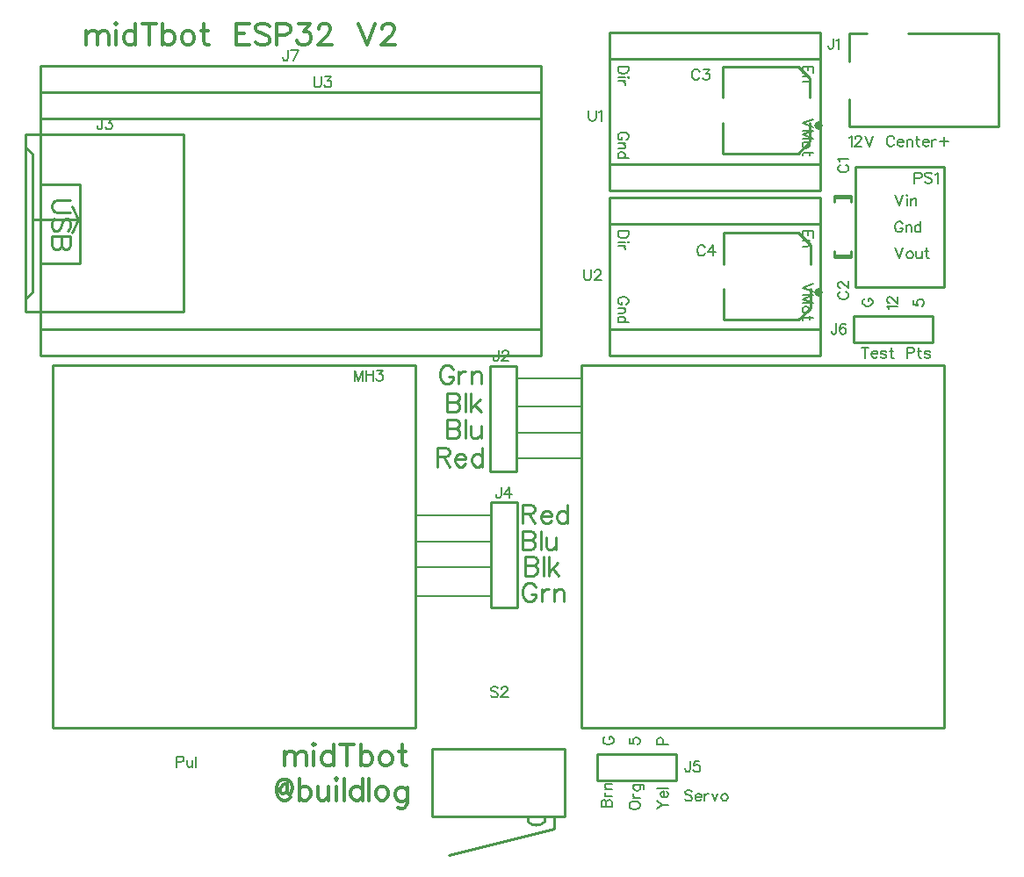
<source format=gbr>
G04 DipTrace 3.3.1.3*
G04 TopSilk.gbr*
%MOIN*%
G04 #@! TF.FileFunction,Legend,Top*
G04 #@! TF.Part,Single*
%ADD10C,0.009843*%
%ADD19C,0.01*%
%ADD22C,0.008*%
%ADD24C,0.031499*%
%ADD97C,0.006176*%
%ADD98C,0.012351*%
%ADD99C,0.010807*%
%FSLAX26Y26*%
G04*
G70*
G90*
G75*
G01*
G04 TopSilk*
%LPD*%
X3421606Y2742913D2*
D10*
X3484535D1*
X3421606Y2750361D2*
X3484535D1*
X3421606D2*
Y2726802D1*
X3484535Y2750361D2*
Y2726802D1*
Y2524487D2*
X3421606D1*
X3484535Y2517039D2*
X3421606D1*
X3484535D2*
Y2540598D1*
X3421606Y2517039D2*
Y2540598D1*
X3283166Y2910233D2*
X2997923D1*
X3328092Y2955113D2*
X3283166Y2910233D1*
Y3240233D2*
X2997923D1*
X3328092Y3195353D2*
X3283166Y3240233D1*
X3328092Y3027977D2*
Y2955113D1*
Y3195353D2*
Y3122489D1*
X2997923Y3027977D2*
Y2910233D1*
Y3240233D2*
Y3122489D1*
D24*
X3359863Y3016196D3*
X3284738Y2278700D2*
D10*
X2999495D1*
X3329665Y2323580D2*
X3284738Y2278700D1*
Y2608700D2*
X2999495D1*
X3329665Y2563820D2*
X3284738Y2608700D1*
X3329665Y2396444D2*
Y2323580D1*
Y2563820D2*
Y2490956D1*
X2999495Y2396444D2*
Y2278700D1*
Y2608700D2*
Y2490956D1*
D24*
X3361435Y2384663D3*
X3698840Y3366161D2*
D10*
X4043306D1*
Y3011818D1*
X4039371D1*
X4043306D2*
X3476372D1*
Y3118113D1*
Y3259826D2*
Y3366161D1*
X3545300D1*
X2113070Y1703700D2*
X2213070D1*
X2113070Y2103700D2*
Y1703700D1*
X2213070Y2103700D2*
Y1703700D1*
X2113070Y2103700D2*
X2213070D1*
X351161Y2933446D2*
X376181Y2908471D1*
X351161Y2983464D2*
X951161D1*
Y2308464D1*
X351161D1*
Y2983464D1*
X376181Y2908471D2*
Y2383456D1*
X351161Y2358481D1*
X376181Y2658451D2*
X551141D1*
X526181Y2708469D1*
X551141Y2658451D2*
X526181Y2608434D1*
X2215354Y1585432D2*
X2115354D1*
X2215354Y1185432D2*
Y1585432D1*
X2115354Y1185432D2*
Y1585432D1*
X2215354Y1185432D2*
X2115354D1*
X2820306Y531175D2*
X2520344D1*
Y631180D1*
X2820306D1*
Y531175D1*
X3793051Y2193695D2*
X3493089D1*
Y2293700D1*
X3793051D1*
Y2193695D1*
X780500Y3143700D2*
X772900D1*
X2232100D2*
X406200D1*
X2306200D2*
X2232100D1*
X2306200Y3243700D2*
Y3143700D1*
Y3243700D2*
X406200D1*
Y3143700D1*
X3836476Y2860078D2*
X3501830D1*
Y2403385D1*
X3836476D1*
Y2860078D1*
X2397637Y393725D2*
X1893700D1*
Y649584D1*
X2397637D1*
Y393725D1*
X2358179Y384850D2*
Y347328D1*
X1958154Y247343D1*
X2320686Y372324D2*
G02X2258147Y372324I-31269J31392D01*
G01*
X2320686D2*
Y384850D1*
X2258147Y372324D2*
Y384850D1*
X3365570Y3368700D2*
X2565570D1*
Y3268680D1*
X3365570D1*
Y3368700D1*
Y2868720D2*
X2565570D1*
Y2768700D1*
X3365570D1*
Y2868720D1*
Y3268680D2*
X2565570D1*
Y2868720D1*
X3365570D1*
Y3268680D1*
Y2743700D2*
X2565570D1*
Y2643680D1*
X3365570D1*
Y2743700D1*
Y2243720D2*
X2565570D1*
Y2143700D1*
X3365570D1*
Y2243720D1*
Y2643680D2*
X2565570D1*
Y2243720D1*
X3365570D1*
Y2643680D1*
X2306217Y3143700D2*
X406200D1*
Y2143700D1*
X2306217D1*
Y3143700D1*
Y3043700D2*
X406200D1*
X2306217Y2243700D2*
X406200D1*
X2306645Y2959800D2*
D3*
X556100Y2793700D2*
X406200D1*
Y2493700D1*
X556100D1*
Y2793700D1*
X2460629Y2106298D2*
D19*
X3838582D1*
Y728346D1*
X2460629D1*
Y2106298D1*
X452755D2*
X1830708D1*
Y728346D1*
X452755D1*
Y2106298D1*
X2116141Y1535432D2*
D22*
X1830708D1*
X2116141Y1437007D2*
X1830708D1*
X2116141Y1338582D2*
X1830708D1*
X2116141Y1230314D2*
X1830708D1*
X2214566Y1751968D2*
X2460629D1*
X2214566Y1850393D2*
X2460629D1*
X2214566Y1948818D2*
X2460629D1*
X2214566Y2057086D2*
X2460629D1*
X3443609Y2866957D2*
D97*
X3439807Y2865056D1*
X3435960Y2861209D1*
X3434059Y2857406D1*
Y2849757D1*
X3435960Y2845910D1*
X3439807Y2842108D1*
X3443609Y2840162D1*
X3449357Y2838261D1*
X3458952D1*
X3464656Y2840162D1*
X3468503Y2842108D1*
X3472305Y2845910D1*
X3474251Y2849757D1*
Y2857406D1*
X3472305Y2861209D1*
X3468503Y2865056D1*
X3464656Y2866957D1*
X3441752Y2879308D2*
X3439807Y2883155D1*
X3434103Y2888903D1*
X3474251D1*
X3443609Y2386093D2*
X3439807Y2384192D1*
X3435960Y2380345D1*
X3434059Y2376543D1*
Y2368893D1*
X3435960Y2365047D1*
X3439807Y2361244D1*
X3443609Y2359299D1*
X3449357Y2357397D1*
X3458952D1*
X3464656Y2359299D1*
X3468503Y2361244D1*
X3472305Y2365047D1*
X3474251Y2368893D1*
Y2376543D1*
X3472305Y2380345D1*
X3468503Y2384192D1*
X3464656Y2386093D1*
X3443653Y2400390D2*
X3441752D1*
X3437905Y2402291D1*
X3436004Y2404193D1*
X3434103Y2408039D1*
Y2415689D1*
X3436004Y2419491D1*
X3437905Y2421392D1*
X3441752Y2423338D1*
X3445555D1*
X3449401Y2421392D1*
X3455105Y2417590D1*
X3474251Y2398444D1*
Y2425239D1*
X2908745Y3220549D2*
X2906844Y3224352D1*
X2902997Y3228199D1*
X2899195Y3230100D1*
X2891545D1*
X2887699Y3228199D1*
X2883896Y3224352D1*
X2881951Y3220549D1*
X2880049Y3214801D1*
Y3205207D1*
X2881951Y3199503D1*
X2883896Y3195656D1*
X2887699Y3191853D1*
X2891545Y3189908D1*
X2899195D1*
X2902997Y3191853D1*
X2906844Y3195656D1*
X2908745Y3199503D1*
X2924943Y3230056D2*
X2945946D1*
X2934494Y3214757D1*
X2940242D1*
X2944045Y3212856D1*
X2945946Y3210955D1*
X2947891Y3205207D1*
Y3201404D1*
X2945946Y3195656D1*
X2942143Y3191809D1*
X2936395Y3189908D1*
X2930647D1*
X2924943Y3191809D1*
X2923042Y3193755D1*
X2921097Y3197557D1*
X2929367Y2552767D2*
X2927466Y2556570D1*
X2923619Y2560417D1*
X2919816Y2562318D1*
X2912167D1*
X2908320Y2560417D1*
X2904518Y2556570D1*
X2902572Y2552767D1*
X2900671Y2547019D1*
Y2537424D1*
X2902572Y2531721D1*
X2904518Y2527874D1*
X2908320Y2524071D1*
X2912167Y2522126D1*
X2919816D1*
X2923619Y2524071D1*
X2927466Y2527874D1*
X2929367Y2531721D1*
X2960864Y2522126D2*
Y2562274D1*
X2941718Y2535523D1*
X2970414D1*
X3416265Y3346987D2*
Y3316390D1*
X3414364Y3310642D1*
X3412419Y3308741D1*
X3408616Y3306795D1*
X3404769D1*
X3400967Y3308741D1*
X3399066Y3310642D1*
X3397120Y3316390D1*
Y3320192D1*
X3428617Y3339294D2*
X3432464Y3341239D1*
X3438212Y3346943D1*
Y3306795D1*
X2145729Y2162704D2*
Y2132106D1*
X2143827Y2126358D1*
X2141882Y2124457D1*
X2138079Y2122512D1*
X2134232D1*
X2130430Y2124457D1*
X2128529Y2126358D1*
X2126583Y2132106D1*
Y2135909D1*
X2160025Y2153109D2*
Y2155010D1*
X2161927Y2158857D1*
X2163828Y2160758D1*
X2167675Y2162659D1*
X2175324D1*
X2179127Y2160758D1*
X2181028Y2158857D1*
X2182973Y2155010D1*
Y2151208D1*
X2181028Y2147361D1*
X2177225Y2141657D1*
X2158080Y2122512D1*
X2184875D1*
X641160Y3042042D2*
Y3011445D1*
X639259Y3005697D1*
X637314Y3003796D1*
X633511Y3001850D1*
X629664D1*
X625862Y3003796D1*
X623960Y3005697D1*
X622015Y3011445D1*
Y3015248D1*
X657358Y3041998D2*
X678361D1*
X666909Y3026699D1*
X672657D1*
X676460Y3024798D1*
X678361Y3022897D1*
X680306Y3017149D1*
Y3013346D1*
X678361Y3007598D1*
X674558Y3003752D1*
X668810Y3001850D1*
X663062D1*
X657358Y3003752D1*
X655457Y3005697D1*
X653512Y3009500D1*
X2155811Y1642147D2*
Y1611550D1*
X2153909Y1605802D1*
X2151964Y1603901D1*
X2148161Y1601955D1*
X2144315D1*
X2140512Y1603901D1*
X2138611Y1605802D1*
X2136665Y1611550D1*
Y1615353D1*
X2187307Y1601955D2*
Y1642103D1*
X2168162Y1615353D1*
X2196858D1*
X2872802Y602268D2*
Y571671D1*
X2870901Y565923D1*
X2868955Y564021D1*
X2865153Y562076D1*
X2861306D1*
X2857503Y564021D1*
X2855602Y565923D1*
X2853657Y571671D1*
Y575473D1*
X2908101Y602224D2*
X2889000D1*
X2887099Y585024D1*
X2889000Y586925D1*
X2894748Y588871D1*
X2900452D1*
X2906200Y586925D1*
X2910047Y583123D1*
X2911948Y577375D1*
Y573572D1*
X2910047Y567824D1*
X2906200Y563977D1*
X2900452Y562076D1*
X2894748D1*
X2889000Y563977D1*
X2887099Y565923D1*
X2885153Y569725D1*
X3427814Y2264788D2*
Y2234190D1*
X3425913Y2228442D1*
X3423967Y2226541D1*
X3420165Y2224596D1*
X3416318D1*
X3412516Y2226541D1*
X3410614Y2228442D1*
X3408669Y2234190D1*
Y2237993D1*
X3463113Y2259040D2*
X3461212Y2262842D1*
X3455464Y2264743D1*
X3451662D1*
X3445914Y2262842D1*
X3442067Y2257094D1*
X3440166Y2247544D1*
Y2237993D1*
X3442067Y2230344D1*
X3445914Y2226497D1*
X3451662Y2224596D1*
X3453563D1*
X3459267Y2226497D1*
X3463113Y2230344D1*
X3465015Y2236092D1*
Y2237993D1*
X3463113Y2243741D1*
X3459267Y2247544D1*
X3453563Y2249445D1*
X3451662D1*
X3445914Y2247544D1*
X3442067Y2243741D1*
X3440166Y2237993D1*
X1346200Y3302278D2*
Y3271681D1*
X1344298Y3265933D1*
X1342353Y3264032D1*
X1338550Y3262086D1*
X1334704D1*
X1330901Y3264032D1*
X1329000Y3265933D1*
X1327054Y3271681D1*
Y3275484D1*
X1366200Y3262086D2*
X1385346Y3302234D1*
X1358551D1*
X1629695Y2047520D2*
Y2087712D1*
X1614396Y2047520D1*
X1599098Y2087712D1*
Y2047520D1*
X1642046Y2087712D2*
Y2047520D1*
X1668841Y2087712D2*
Y2047520D1*
X1642046Y2068566D2*
X1668841D1*
X1685039Y2087667D2*
X1706042D1*
X1694590Y2072369D1*
X1700338D1*
X1704140Y2070467D1*
X1706042Y2068566D1*
X1707987Y2062818D1*
Y2059016D1*
X1706042Y2053268D1*
X1702239Y2049421D1*
X1696491Y2047520D1*
X1690743D1*
X1685039Y2049421D1*
X1683138Y2051366D1*
X1681193Y2055169D1*
X3725207Y2816392D2*
X3742451D1*
X3748155Y2818293D1*
X3750100Y2820239D1*
X3752001Y2824041D1*
Y2829789D1*
X3750100Y2833592D1*
X3748155Y2835537D1*
X3742451Y2837439D1*
X3725207D1*
Y2797247D1*
X3791147Y2831691D2*
X3787345Y2835537D1*
X3781597Y2837439D1*
X3773948D1*
X3768199Y2835537D1*
X3764353Y2831691D1*
Y2827888D1*
X3766298Y2824041D1*
X3768199Y2822140D1*
X3772002Y2820239D1*
X3783498Y2816392D1*
X3787345Y2814491D1*
X3789246Y2812545D1*
X3791147Y2808743D1*
Y2802995D1*
X3787345Y2799192D1*
X3781597Y2797247D1*
X3773948D1*
X3768199Y2799192D1*
X3764353Y2802995D1*
X3803499Y2829745D2*
X3807346Y2831691D1*
X3813094Y2837394D1*
Y2797247D1*
X2142923Y880470D2*
X2139121Y884317D1*
X2133373Y886218D1*
X2125723D1*
X2119975Y884317D1*
X2116129Y880470D1*
Y876668D1*
X2118074Y872821D1*
X2119975Y870919D1*
X2123778Y869018D1*
X2135274Y865171D1*
X2139121Y863270D1*
X2141022Y861325D1*
X2142923Y857522D1*
Y851774D1*
X2139121Y847972D1*
X2133373Y846026D1*
X2125723D1*
X2119975Y847972D1*
X2116129Y851774D1*
X2157220Y876623D2*
Y878525D1*
X2159121Y882371D1*
X2161023Y884273D1*
X2164869Y886174D1*
X2172519D1*
X2176321Y884273D1*
X2178223Y882371D1*
X2180168Y878525D1*
Y874722D1*
X2178223Y870875D1*
X2174420Y865171D1*
X2155275Y846026D1*
X2182069D1*
X2488543Y3074113D2*
Y3045417D1*
X2490445Y3039669D1*
X2494292Y3035867D1*
X2500040Y3033921D1*
X2503842D1*
X2509590Y3035867D1*
X2513437Y3039669D1*
X2515338Y3045417D1*
Y3074113D1*
X2527690Y3066420D2*
X2531536Y3068365D1*
X2537284Y3074069D1*
Y3033921D1*
X2470101Y2468798D2*
Y2440102D1*
X2472002Y2434354D1*
X2475849Y2430552D1*
X2481597Y2428606D1*
X2485400D1*
X2491148Y2430552D1*
X2494994Y2434354D1*
X2496896Y2440102D1*
Y2468798D1*
X2511193Y2459203D2*
Y2461105D1*
X2513094Y2464951D1*
X2514995Y2466853D1*
X2518842Y2468754D1*
X2526491D1*
X2530294Y2466853D1*
X2532195Y2464951D1*
X2534140Y2461105D1*
Y2457302D1*
X2532195Y2453455D1*
X2528392Y2447752D1*
X2509247Y2428606D1*
X2536042D1*
X1445474Y3202278D2*
Y3173583D1*
X1447375Y3167834D1*
X1451222Y3164032D1*
X1456970Y3162086D1*
X1460772D1*
X1466520Y3164032D1*
X1470367Y3167834D1*
X1472268Y3173583D1*
Y3202278D1*
X1488467Y3202234D2*
X1509469D1*
X1498017Y3186936D1*
X1503765D1*
X1507568Y3185034D1*
X1509469Y3183133D1*
X1511414Y3177385D1*
Y3173583D1*
X1509469Y3167834D1*
X1505666Y3163988D1*
X1499918Y3162086D1*
X1494170D1*
X1488467Y3163988D1*
X1486565Y3165933D1*
X1484620Y3169736D1*
X2551836Y694960D2*
X2548033Y693059D1*
X2544187Y689212D1*
X2542285Y685410D1*
Y677760D1*
X2544187Y673914D1*
X2548033Y670111D1*
X2551836Y668166D1*
X2557584Y666264D1*
X2567179D1*
X2572883Y668166D1*
X2576729Y670111D1*
X2580532Y673914D1*
X2582477Y677760D1*
Y685410D1*
X2580532Y689212D1*
X2576729Y693059D1*
X2572883Y694960D1*
X2567179D1*
Y685410D1*
X2536014Y429115D2*
X2576206D1*
Y446359D1*
X2574260Y452107D1*
X2572359Y454008D1*
X2568556Y455909D1*
X2562808D1*
X2558962Y454008D1*
X2557060Y452107D1*
X2555159Y446359D1*
X2553214Y452107D1*
X2551312Y454008D1*
X2547510Y455909D1*
X2543663D1*
X2539860Y454008D1*
X2537915Y452107D1*
X2536014Y446359D1*
Y429115D1*
X2555159D2*
Y446359D1*
X2549411Y468261D2*
X2576206D1*
X2560907D2*
X2555159Y470206D1*
X2551312Y474009D1*
X2549411Y477856D1*
Y483604D1*
Y495955D2*
X2576206D1*
X2557060D2*
X2551312Y501703D1*
X2549411Y505550D1*
Y511254D1*
X2551312Y515100D1*
X2557060Y517002D1*
X2576206D1*
X2642275Y431809D2*
X2644176Y427962D1*
X2648023Y424160D1*
X2651825Y422214D1*
X2657573Y420313D1*
X2667168D1*
X2672872Y422214D1*
X2676719Y424160D1*
X2680521Y427962D1*
X2682467Y431809D1*
Y439458D1*
X2680521Y443261D1*
X2676719Y447108D1*
X2672872Y449009D1*
X2667168Y450910D1*
X2657573D1*
X2651825Y449009D1*
X2648023Y447108D1*
X2644176Y443261D1*
X2642275Y439458D1*
Y431809D1*
X2655672Y463261D2*
X2682467D1*
X2667168D2*
X2661420Y465207D1*
X2657573Y469009D1*
X2655672Y472856D1*
Y478604D1*
X2657573Y513904D2*
X2688215D1*
X2693919Y512002D1*
X2695864Y510101D1*
X2697765Y506254D1*
Y500506D1*
X2695864Y496704D1*
X2663322Y513904D2*
X2659519Y510101D1*
X2657573Y506254D1*
Y500506D1*
X2659519Y496704D1*
X2663322Y492857D1*
X2669070Y490956D1*
X2672916D1*
X2678620Y492857D1*
X2682467Y496704D1*
X2684368Y500506D1*
Y506254D1*
X2682467Y510101D1*
X2678620Y513904D1*
X1332461Y639544D2*
D98*
Y585955D1*
Y624246D2*
X1343957Y635742D1*
X1351651Y639544D1*
X1363058D1*
X1370752Y635742D1*
X1374554Y624246D1*
Y585955D1*
Y624246D2*
X1386050Y635742D1*
X1393744Y639544D1*
X1405151D1*
X1412845Y635742D1*
X1416736Y624246D1*
Y585955D1*
X1441439Y666339D2*
X1445241Y662537D1*
X1449132Y666339D1*
X1445241Y670230D1*
X1441439Y666339D1*
X1445241Y639544D2*
Y585955D1*
X1519731Y666339D2*
Y585955D1*
Y628048D2*
X1512126Y635742D1*
X1504432Y639544D1*
X1492936D1*
X1485331Y635742D1*
X1477638Y628048D1*
X1473835Y616552D1*
Y608947D1*
X1477638Y597451D1*
X1485331Y589846D1*
X1492936Y585955D1*
X1504432D1*
X1512126Y589846D1*
X1519731Y597451D1*
X1571228Y666339D2*
Y585955D1*
X1544434Y666339D2*
X1598023D1*
X1622726D2*
Y585955D1*
Y628048D2*
X1630419Y635742D1*
X1638024Y639544D1*
X1649521D1*
X1657126Y635742D1*
X1664819Y628048D1*
X1668622Y616552D1*
Y608947D1*
X1664819Y597451D1*
X1657126Y589846D1*
X1649521Y585955D1*
X1638024D1*
X1630419Y589846D1*
X1622726Y597451D1*
X1712426Y639544D2*
X1704821Y635742D1*
X1697127Y628048D1*
X1693324Y616552D1*
Y608947D1*
X1697127Y597451D1*
X1704821Y589846D1*
X1712426Y585955D1*
X1723922D1*
X1731615Y589846D1*
X1739220Y597451D1*
X1743111Y608947D1*
Y616552D1*
X1739220Y628048D1*
X1731615Y635742D1*
X1723922Y639544D1*
X1712426D1*
X1779310Y666339D2*
Y601254D1*
X1783113Y589846D1*
X1790806Y585955D1*
X1798411D1*
X1767814Y639544D2*
X1794609D1*
X1345075Y515604D2*
X1333579D1*
X1325974Y511801D1*
X1322083Y507998D1*
X1318281Y500305D1*
Y485006D1*
X1322083Y481204D1*
X1329777D1*
X1345075Y485006D1*
X1348878Y477401D1*
X1352680D1*
X1360374Y485006D1*
X1364176Y504107D1*
X1360374Y515604D1*
X1356571Y523297D1*
X1348878Y530902D1*
X1341273Y534705D1*
X1325974D1*
X1318281Y530902D1*
X1310676Y523297D1*
X1306785Y515604D1*
X1302982Y504107D1*
Y485006D1*
X1306785Y473510D1*
X1310676Y465905D1*
X1318281Y458212D1*
X1325974Y454409D1*
X1341273D1*
X1348878Y458212D1*
X1356571Y465905D1*
X1345075Y519406D2*
Y485006D1*
X1388879Y534793D2*
Y454409D1*
Y496502D2*
X1396573Y504196D1*
X1404178Y507998D1*
X1415674D1*
X1423279Y504196D1*
X1430972Y496502D1*
X1434775Y485006D1*
Y477401D1*
X1430972Y465905D1*
X1423279Y458300D1*
X1415674Y454409D1*
X1404178D1*
X1396573Y458300D1*
X1388879Y465905D1*
X1459478Y507998D2*
Y469708D1*
X1463280Y458300D1*
X1470974Y454409D1*
X1482470D1*
X1490075Y458300D1*
X1501571Y469708D1*
Y507998D2*
Y454409D1*
X1526274Y534793D2*
X1530076Y530991D1*
X1533967Y534793D1*
X1530076Y538684D1*
X1526274Y534793D1*
X1530076Y507998D2*
Y454409D1*
X1558670Y534793D2*
Y454409D1*
X1629269Y534793D2*
Y454409D1*
Y496502D2*
X1621664Y504196D1*
X1613970Y507998D1*
X1602474D1*
X1594869Y504196D1*
X1587176Y496502D1*
X1583373Y485006D1*
Y477401D1*
X1587176Y465905D1*
X1594869Y458300D1*
X1602474Y454409D1*
X1613970D1*
X1621664Y458300D1*
X1629269Y465905D1*
X1653972Y534793D2*
Y454409D1*
X1697776Y507998D2*
X1690170Y504196D1*
X1682477Y496502D1*
X1678674Y485006D1*
Y477401D1*
X1682477Y465905D1*
X1690170Y458300D1*
X1697776Y454409D1*
X1709272D1*
X1716965Y458300D1*
X1724570Y465905D1*
X1728461Y477401D1*
Y485006D1*
X1724570Y496502D1*
X1716965Y504196D1*
X1709272Y507998D1*
X1697776D1*
X1799060Y504196D2*
Y442913D1*
X1795257Y431505D1*
X1791455Y427614D1*
X1783761Y423812D1*
X1772265D1*
X1764660Y427614D1*
X1799060Y492700D2*
X1791455Y500305D1*
X1783761Y504196D1*
X1772265D1*
X1764660Y500305D1*
X1756967Y492700D1*
X1753164Y481204D1*
Y473510D1*
X1756967Y462103D1*
X1764660Y454409D1*
X1772265Y450607D1*
X1783761D1*
X1791455Y454409D1*
X1799060Y462103D1*
X3476095Y2969773D2*
D97*
X3479942Y2971718D1*
X3485690Y2977422D1*
Y2937274D1*
X3499987Y2967872D2*
Y2969773D1*
X3501888Y2973620D1*
X3503789Y2975521D1*
X3507636Y2977422D1*
X3515285D1*
X3519088Y2975521D1*
X3520989Y2973620D1*
X3522935Y2969773D1*
Y2965970D1*
X3520989Y2962124D1*
X3517186Y2956420D1*
X3498041Y2937274D1*
X3524836D1*
X3537187Y2977466D2*
X3552486Y2937274D1*
X3567784Y2977466D1*
X3647713Y2967916D2*
X3645811Y2971718D1*
X3641964Y2975565D1*
X3638162Y2977466D1*
X3630513D1*
X3626666Y2975565D1*
X3622863Y2971718D1*
X3620918Y2967916D1*
X3619017Y2962168D1*
Y2952573D1*
X3620918Y2946869D1*
X3622863Y2943022D1*
X3626666Y2939220D1*
X3630513Y2937274D1*
X3638162D1*
X3641964Y2939220D1*
X3645811Y2943022D1*
X3647713Y2946869D1*
X3660064Y2952573D2*
X3683012D1*
Y2956420D1*
X3681111Y2960267D1*
X3679209Y2962168D1*
X3675363Y2964069D1*
X3669614D1*
X3665812Y2962168D1*
X3661965Y2958321D1*
X3660064Y2952573D1*
Y2948770D1*
X3661965Y2943022D1*
X3665812Y2939220D1*
X3669614Y2937274D1*
X3675363D1*
X3679209Y2939220D1*
X3683012Y2943022D1*
X3695363Y2964069D2*
Y2937274D1*
Y2956420D2*
X3701111Y2962168D1*
X3704958Y2964069D1*
X3710662D1*
X3714509Y2962168D1*
X3716410Y2956420D1*
Y2937274D1*
X3734509Y2977466D2*
Y2944924D1*
X3736411Y2939220D1*
X3740257Y2937274D1*
X3744060D1*
X3728761Y2964069D2*
X3742159D1*
X3756411Y2952573D2*
X3779359D1*
Y2956420D1*
X3777458Y2960267D1*
X3775557Y2962168D1*
X3771710Y2964069D1*
X3765962D1*
X3762159Y2962168D1*
X3758313Y2958321D1*
X3756411Y2952573D1*
Y2948770D1*
X3758313Y2943022D1*
X3762159Y2939220D1*
X3765962Y2937274D1*
X3771710D1*
X3775557Y2939220D1*
X3779359Y2943022D1*
X3791711Y2964069D2*
Y2937274D1*
Y2952573D2*
X3793656Y2958321D1*
X3797459Y2962168D1*
X3801305Y2964069D1*
X3807053D1*
X3836605Y2974570D2*
Y2940126D1*
X3819405Y2957326D2*
X3853849D1*
X581153Y3376592D2*
D98*
Y3323002D1*
Y3361293D2*
X592649Y3372789D1*
X600342Y3376592D1*
X611750D1*
X619443Y3372789D1*
X623246Y3361293D1*
Y3323002D1*
Y3361293D2*
X634742Y3372789D1*
X642435Y3376592D1*
X653843D1*
X661537Y3372789D1*
X665428Y3361293D1*
Y3323002D1*
X690130Y3403386D2*
X693933Y3399584D1*
X697824Y3403386D1*
X693933Y3407277D1*
X690130Y3403386D1*
X693933Y3376592D2*
Y3323002D1*
X768423Y3403386D2*
Y3323002D1*
Y3365096D2*
X760817Y3372789D1*
X753124Y3376592D1*
X741628D1*
X734023Y3372789D1*
X726329Y3365096D1*
X722527Y3353600D1*
Y3345994D1*
X726329Y3334498D1*
X734023Y3326893D1*
X741628Y3323002D1*
X753124D1*
X760817Y3326893D1*
X768423Y3334498D1*
X819920Y3403386D2*
Y3323002D1*
X793125Y3403386D2*
X846715D1*
X871417D2*
Y3323002D1*
Y3365096D2*
X879111Y3372789D1*
X886716Y3376592D1*
X898212D1*
X905817Y3372789D1*
X913511Y3365096D1*
X917313Y3353600D1*
Y3345994D1*
X913511Y3334498D1*
X905817Y3326893D1*
X898212Y3323002D1*
X886716D1*
X879111Y3326893D1*
X871417Y3334498D1*
X961117Y3376592D2*
X953512Y3372789D1*
X945819Y3365096D1*
X942016Y3353600D1*
Y3345994D1*
X945819Y3334498D1*
X953512Y3326893D1*
X961117Y3323002D1*
X972613D1*
X980307Y3326893D1*
X987912Y3334498D1*
X991803Y3345994D1*
Y3353600D1*
X987912Y3365096D1*
X980307Y3372789D1*
X972613Y3376592D1*
X961117D1*
X1028002Y3403386D2*
Y3338301D1*
X1031804Y3326893D1*
X1039498Y3323002D1*
X1047103D1*
X1016506Y3376592D2*
X1043300D1*
X1199266Y3403386D2*
X1149567D1*
Y3323002D1*
X1199266D1*
X1149567Y3365096D2*
X1180164D1*
X1277558Y3391890D2*
X1269953Y3399584D1*
X1258457Y3403386D1*
X1243158D1*
X1231662Y3399584D1*
X1223968Y3391890D1*
Y3384285D1*
X1227859Y3376592D1*
X1231662Y3372789D1*
X1239267Y3368987D1*
X1262259Y3361293D1*
X1269953Y3357490D1*
X1273755Y3353600D1*
X1277558Y3345994D1*
Y3334498D1*
X1269953Y3326893D1*
X1258457Y3323002D1*
X1243158D1*
X1231662Y3326893D1*
X1223968Y3334498D1*
X1302260Y3361293D2*
X1336749D1*
X1348156Y3365096D1*
X1352047Y3368987D1*
X1355850Y3376592D1*
Y3388088D1*
X1352047Y3395693D1*
X1348156Y3399584D1*
X1336749Y3403386D1*
X1302260D1*
Y3323002D1*
X1388246Y3403298D2*
X1430251D1*
X1407347Y3372701D1*
X1418843D1*
X1426448Y3368898D1*
X1430251Y3365096D1*
X1434142Y3353600D1*
Y3345994D1*
X1430251Y3334498D1*
X1422646Y3326805D1*
X1411150Y3323002D1*
X1399654D1*
X1388246Y3326805D1*
X1384444Y3330696D1*
X1380553Y3338301D1*
X1462736Y3384197D2*
Y3387999D1*
X1466538Y3395693D1*
X1470341Y3399495D1*
X1478034Y3403298D1*
X1493333D1*
X1500938Y3399495D1*
X1504741Y3395693D1*
X1508632Y3387999D1*
Y3380394D1*
X1504741Y3372701D1*
X1497136Y3361293D1*
X1458845Y3323002D1*
X1512434D1*
X1614898Y3403386D2*
X1645496Y3323002D1*
X1676093Y3403386D1*
X1704687Y3384197D2*
Y3387999D1*
X1708489Y3395693D1*
X1712292Y3399495D1*
X1719985Y3403298D1*
X1735284D1*
X1742889Y3399495D1*
X1746691Y3395693D1*
X1750582Y3387999D1*
Y3380394D1*
X1746691Y3372701D1*
X1739086Y3361293D1*
X1700796Y3323002D1*
X1754385D1*
X3536088Y2359724D2*
D97*
X3532285Y2357823D1*
X3528439Y2353976D1*
X3526537Y2350173D1*
Y2342524D1*
X3528439Y2338677D1*
X3532285Y2334875D1*
X3536088Y2332929D1*
X3541836Y2331028D1*
X3551431D1*
X3557135Y2332929D1*
X3560981Y2334875D1*
X3564784Y2338677D1*
X3566729Y2342524D1*
Y2350173D1*
X3564784Y2353976D1*
X3560981Y2357823D1*
X3557135Y2359724D1*
X3551431D1*
Y2350173D1*
X3627980Y2318528D2*
X3626035Y2322375D1*
X3620331Y2328123D1*
X3660479D1*
X3629881Y2342420D2*
X3627980D1*
X3624133Y2344321D1*
X3622232Y2346222D1*
X3620331Y2350069D1*
Y2357718D1*
X3622232Y2361521D1*
X3624133Y2363422D1*
X3627980Y2365368D1*
X3631783D1*
X3635630Y2363422D1*
X3641333Y2359620D1*
X3660479Y2340474D1*
Y2367269D1*
X3720331Y2353976D2*
Y2334875D1*
X3737531Y2332974D1*
X3735629Y2334875D1*
X3733684Y2340623D1*
Y2346327D1*
X3735630Y2352075D1*
X3739432Y2355921D1*
X3745180Y2357823D1*
X3748983D1*
X3754731Y2355921D1*
X3758577Y2352075D1*
X3760479Y2346327D1*
Y2340623D1*
X3758577Y2334875D1*
X3756632Y2332974D1*
X3752829Y2331028D1*
X3535592Y2174132D2*
Y2133940D1*
X3522195Y2174132D2*
X3548989D1*
X3561341Y2149238D2*
X3584289D1*
Y2153085D1*
X3582387Y2156932D1*
X3580486Y2158833D1*
X3576639Y2160734D1*
X3570891D1*
X3567089Y2158833D1*
X3563242Y2154986D1*
X3561341Y2149238D1*
Y2145436D1*
X3563242Y2139688D1*
X3567089Y2135885D1*
X3570891Y2133940D1*
X3576639D1*
X3580486Y2135885D1*
X3584289Y2139688D1*
X3617687Y2154986D2*
X3615785Y2158833D1*
X3610037Y2160734D1*
X3604289D1*
X3598541Y2158833D1*
X3596640Y2154986D1*
X3598541Y2151184D1*
X3602388Y2149238D1*
X3611939Y2147337D1*
X3615785Y2145436D1*
X3617687Y2141589D1*
Y2139688D1*
X3615785Y2135885D1*
X3610037Y2133940D1*
X3604289D1*
X3598541Y2135885D1*
X3596640Y2139688D1*
X3635786Y2174132D2*
Y2141589D1*
X3637687Y2135885D1*
X3641534Y2133940D1*
X3645337D1*
X3630038Y2160734D2*
X3643435D1*
X3696569Y2153085D2*
X3713813D1*
X3719517Y2154986D1*
X3721462Y2156932D1*
X3723364Y2160734D1*
Y2166482D1*
X3721462Y2170285D1*
X3719517Y2172230D1*
X3713813Y2174132D1*
X3696569D1*
Y2133940D1*
X3741463Y2174132D2*
Y2141589D1*
X3743364Y2135885D1*
X3747211Y2133940D1*
X3751014D1*
X3735715Y2160734D2*
X3749112D1*
X3784412Y2154986D2*
X3782510Y2158833D1*
X3776762Y2160734D1*
X3771014D1*
X3765266Y2158833D1*
X3763365Y2154986D1*
X3765266Y2151184D1*
X3769113Y2149238D1*
X3778664Y2147337D1*
X3782510Y2145436D1*
X3784412Y2141589D1*
Y2139688D1*
X3782510Y2135885D1*
X3776762Y2133940D1*
X3771014D1*
X3765266Y2135885D1*
X3763365Y2139688D1*
X2880240Y487133D2*
X2876437Y490980D1*
X2870689Y492881D1*
X2863040D1*
X2857292Y490980D1*
X2853445Y487133D1*
Y483331D1*
X2855391Y479484D1*
X2857292Y477582D1*
X2861095Y475681D1*
X2872591Y471834D1*
X2876437Y469933D1*
X2878339Y467988D1*
X2880240Y464185D1*
Y458437D1*
X2876437Y454635D1*
X2870689Y452689D1*
X2863040D1*
X2857292Y454635D1*
X2853445Y458437D1*
X2892591Y467988D2*
X2915539D1*
Y471834D1*
X2913638Y475681D1*
X2911737Y477582D1*
X2907890Y479484D1*
X2902142D1*
X2898339Y477582D1*
X2894493Y473736D1*
X2892591Y467988D1*
Y464185D1*
X2894493Y458437D1*
X2898339Y454635D1*
X2902142Y452689D1*
X2907890D1*
X2911737Y454635D1*
X2915539Y458437D1*
X2927891Y479484D2*
Y452689D1*
Y467988D2*
X2929836Y473736D1*
X2933639Y477582D1*
X2937485Y479484D1*
X2943234D1*
X2955585D2*
X2967081Y452689D1*
X2978533Y479484D1*
X3000435D2*
X2996632Y477582D1*
X2992786Y473736D1*
X2990884Y467988D1*
Y464185D1*
X2992786Y458437D1*
X2996632Y454635D1*
X3000435Y452689D1*
X3006183D1*
X3010030Y454635D1*
X3013832Y458437D1*
X3015778Y464185D1*
Y467988D1*
X3013832Y473736D1*
X3010030Y477582D1*
X3006183Y479484D1*
X3000435D1*
X2642330Y689212D2*
Y670111D1*
X2659529Y668210D1*
X2657628Y670111D1*
X2655683Y675859D1*
Y681563D1*
X2657628Y687311D1*
X2661431Y691158D1*
X2667179Y693059D1*
X2670981D1*
X2676729Y691158D1*
X2680576Y687311D1*
X2682477Y681563D1*
Y675859D1*
X2680576Y670111D1*
X2678631Y668210D1*
X2674828Y666264D1*
X2769581D2*
Y683508D1*
X2767680Y689212D1*
X2765735Y691158D1*
X2761932Y693059D1*
X2756184D1*
X2752381Y691158D1*
X2750436Y689212D1*
X2748535Y683508D1*
Y666264D1*
X2788727D1*
X2748535Y422515D2*
X2767680Y437814D1*
X2788727D1*
X2748535Y453112D2*
X2767680Y437814D1*
X2773428Y465464D2*
Y488411D1*
X2769581D1*
X2765735Y486510D1*
X2763833Y484609D1*
X2761932Y480762D1*
Y475014D1*
X2763833Y471212D1*
X2767680Y467365D1*
X2773428Y465464D1*
X2777231D1*
X2782979Y467365D1*
X2786781Y471212D1*
X2788727Y475014D1*
Y480762D1*
X2786781Y484609D1*
X2782979Y488411D1*
X2748535Y500763D2*
X2788727D1*
X924311Y599787D2*
X941556D1*
X947259Y601688D1*
X949205Y603634D1*
X951106Y607437D1*
Y613185D1*
X949205Y616987D1*
X947259Y618933D1*
X941556Y620834D1*
X924311D1*
Y580642D1*
X963458Y607437D2*
Y588291D1*
X965359Y582587D1*
X969206Y580642D1*
X974954D1*
X978756Y582587D1*
X984504Y588291D1*
Y607437D2*
Y580642D1*
X996856Y620834D2*
Y580642D1*
X2287419Y1263254D2*
D99*
X2284092Y1269908D1*
X2277360Y1276640D1*
X2270705Y1279967D1*
X2257319D1*
X2250587Y1276640D1*
X2243933Y1269908D1*
X2240528Y1263254D1*
X2237201Y1253194D1*
Y1236404D1*
X2240528Y1226422D1*
X2243933Y1219690D1*
X2250587Y1213036D1*
X2257319Y1209631D1*
X2270705D1*
X2277360Y1213036D1*
X2284092Y1219690D1*
X2287419Y1226422D1*
Y1236404D1*
X2270705D1*
X2309034Y1256522D2*
Y1209631D1*
Y1236404D2*
X2312438Y1246463D1*
X2319093Y1253194D1*
X2325825Y1256522D1*
X2335884D1*
X2357499D2*
Y1209631D1*
Y1243135D2*
X2367558Y1253194D1*
X2374289Y1256522D1*
X2384271D1*
X2391003Y1253194D1*
X2394330Y1243135D1*
Y1209631D1*
X2247043Y1378392D2*
Y1308056D1*
X2277221D1*
X2287280Y1311461D1*
X2290607Y1314788D1*
X2293934Y1321442D1*
Y1331502D1*
X2290607Y1338233D1*
X2287280Y1341561D1*
X2277221Y1344888D1*
X2287280Y1348292D1*
X2290607Y1351620D1*
X2293934Y1358274D1*
Y1365006D1*
X2290607Y1371660D1*
X2287280Y1375065D1*
X2277221Y1378392D1*
X2247043D1*
Y1344888D2*
X2277221D1*
X2315549Y1378392D2*
Y1308056D1*
X2337164Y1378392D2*
Y1308056D1*
X2370668Y1354947D2*
X2337164Y1321442D1*
X2350550Y1334829D2*
X2373996Y1308056D1*
X2237201Y1476817D2*
Y1406481D1*
X2267378D1*
X2277437Y1409886D1*
X2280764Y1413213D1*
X2284092Y1419868D1*
Y1429927D1*
X2280764Y1436659D1*
X2277437Y1439986D1*
X2267378Y1443313D1*
X2277437Y1446718D1*
X2280764Y1450045D1*
X2284092Y1456699D1*
Y1463431D1*
X2280764Y1470086D1*
X2277437Y1473490D1*
X2267378Y1476817D1*
X2237201D1*
Y1443313D2*
X2267378D1*
X2305706Y1476817D2*
Y1406481D1*
X2327321Y1453372D2*
Y1419868D1*
X2330649Y1409886D1*
X2337380Y1406481D1*
X2347440D1*
X2354094Y1409886D1*
X2364153Y1419868D1*
Y1453372D2*
Y1406481D1*
X2237201Y1541738D2*
X2267301D1*
X2277360Y1545143D1*
X2280764Y1548470D1*
X2284092Y1555124D1*
Y1561856D1*
X2280764Y1568511D1*
X2277360Y1571915D1*
X2267301Y1575243D1*
X2237201D1*
Y1504907D1*
X2260646Y1541738D2*
X2284092Y1504907D1*
X2305706Y1531679D2*
X2345865D1*
Y1538411D1*
X2342538Y1545143D1*
X2339211Y1548470D1*
X2332479Y1551797D1*
X2322420D1*
X2315766Y1548470D1*
X2309034Y1541738D1*
X2305706Y1531679D1*
Y1525025D1*
X2309034Y1514966D1*
X2315766Y1508311D1*
X2322420Y1504907D1*
X2332479D1*
X2339211Y1508311D1*
X2345865Y1514966D1*
X2407639Y1575243D2*
Y1504907D1*
Y1541738D2*
X2400985Y1548470D1*
X2394253Y1551797D1*
X2384194D1*
X2377539Y1548470D1*
X2370807Y1541738D1*
X2367480Y1531679D1*
Y1525025D1*
X2370807Y1514966D1*
X2377539Y1508311D1*
X2384194Y1504907D1*
X2394253D1*
X2400985Y1508311D1*
X2407639Y1514966D1*
X1972458Y2090025D2*
X1969131Y2096680D1*
X1962399Y2103411D1*
X1955745Y2106739D1*
X1942358D1*
X1935627Y2103411D1*
X1928972Y2096680D1*
X1925567Y2090025D1*
X1922240Y2079966D1*
Y2063175D1*
X1925567Y2053194D1*
X1928972Y2046462D1*
X1935627Y2039807D1*
X1942358Y2036403D1*
X1955745D1*
X1962399Y2039807D1*
X1969131Y2046462D1*
X1972458Y2053194D1*
Y2063175D1*
X1955745D1*
X1994073Y2083293D2*
Y2036403D1*
Y2063175D2*
X1997478Y2073234D1*
X2004132Y2079966D1*
X2010864Y2083293D1*
X2020923D1*
X2042538D2*
Y2036403D1*
Y2069907D2*
X2052597Y2079966D1*
X2059329Y2083293D1*
X2069311D1*
X2076042Y2079966D1*
X2079370Y2069907D1*
Y2036403D1*
X1951768Y1998471D2*
Y1928135D1*
X1981945D1*
X1992004Y1931540D1*
X1995331Y1934867D1*
X1998658Y1941521D1*
Y1951580D1*
X1995331Y1958312D1*
X1992004Y1961639D1*
X1981945Y1964967D1*
X1992004Y1968371D1*
X1995331Y1971698D1*
X1998658Y1978353D1*
Y1985085D1*
X1995331Y1991739D1*
X1992004Y1995144D1*
X1981945Y1998471D1*
X1951768D1*
Y1964967D2*
X1981945D1*
X2020273Y1998471D2*
Y1928135D1*
X2041888Y1998471D2*
Y1928135D1*
X2075393Y1975026D2*
X2041888Y1941521D1*
X2055275Y1954908D2*
X2078720Y1928135D1*
X1951768Y1900046D2*
Y1829710D1*
X1981945D1*
X1992004Y1833114D1*
X1995331Y1836442D1*
X1998658Y1843096D1*
Y1853155D1*
X1995331Y1859887D1*
X1992004Y1863214D1*
X1981945Y1866541D1*
X1992004Y1869946D1*
X1995331Y1873273D1*
X1998658Y1879928D1*
Y1886659D1*
X1995331Y1893314D1*
X1992004Y1896719D1*
X1981945Y1900046D1*
X1951768D1*
Y1866541D2*
X1981945D1*
X2020273Y1900046D2*
Y1829710D1*
X2041888Y1876600D2*
Y1843096D1*
X2045216Y1833114D1*
X2051947Y1829710D1*
X2062006D1*
X2068661Y1833114D1*
X2078720Y1843096D1*
Y1876600D2*
Y1829710D1*
X1912398Y1758274D2*
X1942497D1*
X1952557Y1761678D1*
X1955961Y1765005D1*
X1959288Y1771660D1*
Y1778392D1*
X1955961Y1785046D1*
X1952557Y1788451D1*
X1942497Y1791778D1*
X1912398D1*
Y1721442D1*
X1935843Y1758274D2*
X1959288Y1721442D1*
X1980903Y1748215D2*
X2021062D1*
Y1754946D1*
X2017735Y1761678D1*
X2014408Y1765005D1*
X2007676Y1768333D1*
X1997617D1*
X1990962Y1765005D1*
X1984231Y1758274D1*
X1980903Y1748215D1*
Y1741560D1*
X1984231Y1731501D1*
X1990962Y1724847D1*
X1997617Y1721442D1*
X2007676D1*
X2014408Y1724847D1*
X2021062Y1731501D1*
X2082836Y1791778D2*
Y1721442D1*
Y1758274D2*
X2076181Y1765005D1*
X2069450Y1768333D1*
X2059391D1*
X2052736Y1765005D1*
X2046004Y1758274D1*
X2042677Y1748215D1*
Y1741560D1*
X2046004Y1731501D1*
X2052736Y1724847D1*
X2059391Y1721442D1*
X2069450D1*
X2076181Y1724847D1*
X2082836Y1731501D1*
X3651095Y2752466D2*
D97*
X3666394Y2712274D1*
X3681692Y2752466D1*
X3694044D2*
X3695945Y2750565D1*
X3697890Y2752466D1*
X3695945Y2754412D1*
X3694044Y2752466D1*
X3695945Y2739069D2*
Y2712274D1*
X3710242Y2739069D2*
Y2712274D1*
Y2731420D2*
X3715990Y2737168D1*
X3719836Y2739069D1*
X3725540D1*
X3729387Y2737168D1*
X3731288Y2731420D1*
Y2712274D1*
X3679791Y2642916D2*
X3677890Y2646718D1*
X3674043Y2650565D1*
X3670240Y2652466D1*
X3662591D1*
X3658744Y2650565D1*
X3654942Y2646718D1*
X3652996Y2642916D1*
X3651095Y2637168D1*
Y2627573D1*
X3652996Y2621869D1*
X3654942Y2618022D1*
X3658744Y2614220D1*
X3662591Y2612274D1*
X3670240D1*
X3674043Y2614220D1*
X3677890Y2618022D1*
X3679791Y2621869D1*
Y2627573D1*
X3670240D1*
X3692142Y2639069D2*
Y2612274D1*
Y2631420D2*
X3697890Y2637168D1*
X3701737Y2639069D1*
X3707441D1*
X3711288Y2637168D1*
X3713189Y2631420D1*
Y2612274D1*
X3748488Y2652466D2*
Y2612274D1*
Y2633321D2*
X3744686Y2637168D1*
X3740839Y2639069D1*
X3735091D1*
X3731288Y2637168D1*
X3727442Y2633321D1*
X3725540Y2627573D1*
Y2623770D1*
X3727442Y2618022D1*
X3731288Y2614220D1*
X3735091Y2612274D1*
X3740839D1*
X3744686Y2614220D1*
X3748488Y2618022D1*
X3651095Y2552466D2*
X3666394Y2512274D1*
X3681692Y2552466D1*
X3703594Y2539069D2*
X3699792Y2537168D1*
X3695945Y2533321D1*
X3694044Y2527573D1*
Y2523770D1*
X3695945Y2518022D1*
X3699792Y2514220D1*
X3703594Y2512274D1*
X3709342D1*
X3713189Y2514220D1*
X3716991Y2518022D1*
X3718937Y2523770D1*
Y2527573D1*
X3716991Y2533321D1*
X3713189Y2537168D1*
X3709342Y2539069D1*
X3703594D1*
X3731288D2*
Y2519924D1*
X3733190Y2514220D1*
X3737036Y2512274D1*
X3742784D1*
X3746587Y2514220D1*
X3752335Y2519924D1*
Y2539069D2*
Y2512274D1*
X3770434Y2552466D2*
Y2519924D1*
X3772336Y2514220D1*
X3776182Y2512274D1*
X3779985D1*
X3764686Y2539069D2*
X3778084D1*
X3339523Y3040592D2*
X3299331Y3025293D1*
X3339523Y3009995D1*
X3299331Y2967046D2*
X3339523D1*
X3299331Y2982345D1*
X3339523Y2997643D1*
X3299331Y2997644D1*
X3326126Y2945144D2*
X3324224Y2948947D1*
X3320378Y2952794D1*
X3314630Y2954695D1*
X3310827D1*
X3305079Y2952794D1*
X3301277Y2948947D1*
X3299331Y2945144D1*
Y2939396D1*
X3301277Y2935550D1*
X3305079Y2931747D1*
X3310827Y2929802D1*
X3314630D1*
X3320378Y2931747D1*
X3324224Y2935550D1*
X3326126Y2939396D1*
Y2945144D1*
X3339523Y2911702D2*
X3306980D1*
X3301277Y2909801D1*
X3299331Y2905954D1*
Y2902152D1*
X3326126Y2917450D2*
Y2904053D1*
X2629972Y2961916D2*
X2633775Y2963817D1*
X2637622Y2967664D1*
X2639523Y2971467D1*
Y2979116D1*
X2637622Y2982963D1*
X2633775Y2986765D1*
X2629973Y2988711D1*
X2624225Y2990612D1*
X2614630D1*
X2608926Y2988711D1*
X2605079Y2986765D1*
X2601277Y2982963D1*
X2599331Y2979116D1*
Y2971467D1*
X2601277Y2967664D1*
X2605079Y2963817D1*
X2608926Y2961916D1*
X2614630D1*
Y2971467D1*
X2626126Y2949565D2*
X2599331D1*
X2618476D2*
X2624224Y2943817D1*
X2626126Y2939970D1*
Y2934266D1*
X2624224Y2930419D1*
X2618476Y2928518D1*
X2599331D1*
X2639523Y2893219D2*
X2599331D1*
X2620378D2*
X2624224Y2897021D1*
X2626126Y2900868D1*
Y2906616D1*
X2624224Y2910419D1*
X2620378Y2914265D1*
X2614630Y2916167D1*
X2610827D1*
X2605079Y2914265D1*
X2601277Y2910419D1*
X2599331Y2906616D1*
Y2900868D1*
X2601277Y2897021D1*
X2605079Y2893219D1*
X3339523Y3215783D2*
Y3240632D1*
X3299331D1*
Y3215783D1*
X3320378Y3240632D2*
Y3225333D1*
X3326126Y3203431D2*
X3299331Y3203432D1*
X3318476D2*
X3324224Y3197683D1*
X3326126Y3193837D1*
Y3188133D1*
X3324224Y3184286D1*
X3318476Y3182385D1*
X3299331D1*
X2639523Y3240632D2*
X2599331D1*
Y3227235D1*
X2601277Y3221487D1*
X2605079Y3217640D1*
X2608926Y3215739D1*
X2614630Y3213837D1*
X2624224D1*
X2629972Y3215739D1*
X2633775Y3217640D1*
X2637622Y3221487D1*
X2639523Y3227235D1*
Y3240632D1*
Y3201486D2*
X2637622Y3199585D1*
X2639523Y3197639D1*
X2641469Y3199585D1*
X2639523Y3201486D1*
X2626126Y3199585D2*
X2599331D1*
X2626126Y3185288D2*
X2599331D1*
X2614630D2*
X2620378Y3183342D1*
X2624224Y3179540D1*
X2626126Y3175693D1*
Y3169945D1*
X3339523Y2415592D2*
X3299331Y2400293D1*
X3339523Y2384995D1*
X3299331Y2342046D2*
X3339523D1*
X3299331Y2357345D1*
X3339523Y2372643D1*
X3299331Y2372644D1*
X3326126Y2320144D2*
X3324224Y2323947D1*
X3320378Y2327794D1*
X3314630Y2329695D1*
X3310827D1*
X3305079Y2327794D1*
X3301277Y2323947D1*
X3299331Y2320144D1*
Y2314396D1*
X3301277Y2310550D1*
X3305079Y2306747D1*
X3310827Y2304802D1*
X3314630D1*
X3320378Y2306747D1*
X3324224Y2310550D1*
X3326126Y2314396D1*
Y2320144D1*
X3339523Y2286702D2*
X3306980D1*
X3301277Y2284801D1*
X3299331Y2280954D1*
Y2277152D1*
X3326126Y2292450D2*
Y2279053D1*
X2629972Y2336916D2*
X2633775Y2338817D1*
X2637622Y2342664D1*
X2639523Y2346467D1*
Y2354116D1*
X2637622Y2357963D1*
X2633775Y2361765D1*
X2629973Y2363711D1*
X2624225Y2365612D1*
X2614630D1*
X2608926Y2363711D1*
X2605079Y2361765D1*
X2601277Y2357963D1*
X2599331Y2354116D1*
Y2346467D1*
X2601277Y2342664D1*
X2605079Y2338817D1*
X2608926Y2336916D1*
X2614630D1*
Y2346467D1*
X2626126Y2324565D2*
X2599331D1*
X2618476D2*
X2624224Y2318817D1*
X2626126Y2314970D1*
Y2309266D1*
X2624224Y2305419D1*
X2618476Y2303518D1*
X2599331D1*
X2639523Y2268219D2*
X2599331D1*
X2620378D2*
X2624224Y2272021D1*
X2626126Y2275868D1*
Y2281616D1*
X2624224Y2285419D1*
X2620378Y2289265D1*
X2614630Y2291167D1*
X2610827D1*
X2605079Y2289265D1*
X2601277Y2285419D1*
X2599331Y2281616D1*
Y2275868D1*
X2601277Y2272021D1*
X2605079Y2268219D1*
X3339523Y2590783D2*
Y2615632D1*
X3299331D1*
Y2590783D1*
X3320378Y2615632D2*
Y2600333D1*
X3326126Y2578431D2*
X3299331Y2578432D1*
X3318476D2*
X3324224Y2572683D1*
X3326126Y2568837D1*
Y2563133D1*
X3324224Y2559286D1*
X3318476Y2557385D1*
X3299331D1*
X2639523Y2615632D2*
X2599331D1*
Y2602235D1*
X2601277Y2596487D1*
X2605079Y2592640D1*
X2608926Y2590739D1*
X2614630Y2588837D1*
X2624224D1*
X2629972Y2590739D1*
X2633775Y2592640D1*
X2637622Y2596487D1*
X2639523Y2602235D1*
Y2615632D1*
Y2576486D2*
X2637622Y2574585D1*
X2639523Y2572639D1*
X2641469Y2574585D1*
X2639523Y2576486D1*
X2626126Y2574585D2*
X2599331D1*
X2626126Y2560288D2*
X2599331D1*
X2614630D2*
X2620378Y2558342D1*
X2624224Y2554540D1*
X2626126Y2550693D1*
Y2544945D1*
X519920Y2731896D2*
D99*
X469702D1*
X459643Y2728569D1*
X452988Y2721837D1*
X449583Y2711778D1*
Y2705124D1*
X452988Y2695065D1*
X459643Y2688333D1*
X469702Y2685006D1*
X519919Y2685005D1*
X509860Y2616500D2*
X516592Y2623154D1*
X519919Y2633213D1*
Y2646600D1*
X516592Y2656659D1*
X509860Y2663391D1*
X503206D1*
X496474Y2659986D1*
X493147Y2656659D1*
X489820Y2650004D1*
X483088Y2629886D1*
X479761Y2623154D1*
X476356Y2619827D1*
X469702Y2616500D1*
X459643D1*
X452988Y2623154D1*
X449583Y2633213D1*
Y2646600D1*
X452988Y2656659D1*
X459643Y2663391D1*
X519919Y2594885D2*
X449583D1*
Y2564708D1*
X452988Y2554649D1*
X456315Y2551322D1*
X462970Y2547994D1*
X473029D1*
X479761Y2551322D1*
X483088Y2554649D1*
X486415Y2564708D1*
X489820Y2554649D1*
X493147Y2551322D1*
X499801Y2547994D1*
X506533D1*
X513188Y2551322D1*
X516592Y2554649D1*
X519919Y2564708D1*
Y2594885D1*
X486415D2*
Y2564708D1*
M02*

</source>
